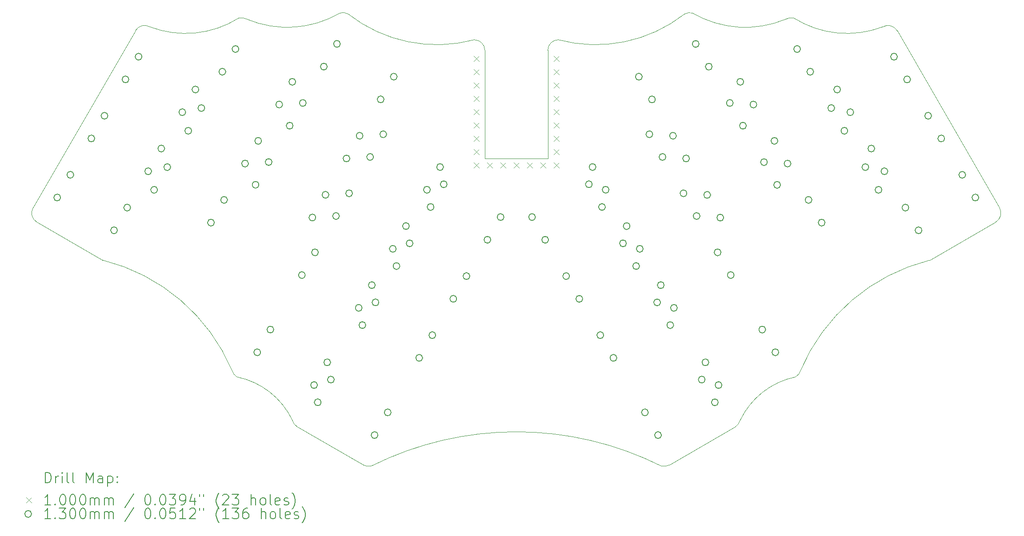
<source format=gbr>
%TF.GenerationSoftware,KiCad,Pcbnew,8.0.7-8.0.7-0~ubuntu22.04.1*%
%TF.CreationDate,2025-01-04T18:43:20+00:00*%
%TF.ProjectId,minikeeb,6d696e69-6b65-4656-922e-6b696361645f,rev?*%
%TF.SameCoordinates,Original*%
%TF.FileFunction,Drillmap*%
%TF.FilePolarity,Positive*%
%FSLAX45Y45*%
G04 Gerber Fmt 4.5, Leading zero omitted, Abs format (unit mm)*
G04 Created by KiCad (PCBNEW 8.0.7-8.0.7-0~ubuntu22.04.1) date 2025-01-04 18:43:20*
%MOMM*%
%LPD*%
G01*
G04 APERTURE LIST*
%ADD10C,0.050000*%
%ADD11C,0.120000*%
%ADD12C,0.200000*%
%ADD13C,0.100000*%
%ADD14C,0.130000*%
G04 APERTURE END LIST*
D10*
X18548813Y-3675552D02*
G75*
G02*
X16144997Y-4166009I-1692366J2158587D01*
G01*
X12583366Y-12292517D02*
G75*
G02*
X18106682Y-12292498I2761677J-5523329D01*
G01*
X14545004Y-4166013D02*
G75*
G02*
X12141600Y-3674636I-710324J2649092D01*
G01*
X12431603Y-12272537D02*
X11175866Y-11547537D01*
X10057045Y-3752348D02*
G75*
G02*
X10208809Y-3772328I51765J-193182D01*
G01*
X18258311Y-12272587D02*
X19514048Y-11547587D01*
X6213034Y-7643014D02*
X7468771Y-8368014D01*
X23220970Y-8368164D02*
X24476793Y-7643114D01*
X8089829Y-3992310D02*
G75*
G02*
X8363031Y-3919109I173201J-100000D01*
G01*
X11175866Y-11547537D02*
G75*
G02*
X11082681Y-11426096I100004J173207D01*
G01*
X18258311Y-12272587D02*
G75*
G02*
X18106720Y-12292470I-99831J173307D01*
G01*
X10024174Y-10593948D02*
G75*
G02*
X9930194Y-10472045I99216J173668D01*
G01*
X19607233Y-11426146D02*
G75*
G02*
X19514047Y-11547585I-193183J51766D01*
G01*
X22326793Y-3919205D02*
G75*
G02*
X22599994Y-3992412I99997J-173205D01*
G01*
X18548813Y-3675552D02*
G75*
G02*
X18700576Y-3655574I99997J-173208D01*
G01*
X20481191Y-3772328D02*
G75*
G02*
X20632955Y-3752349I99999J-173202D01*
G01*
X6213034Y-7643014D02*
G75*
G02*
X6139828Y-7369809I99996J173204D01*
G01*
X10057045Y-3752348D02*
G75*
G02*
X8363034Y-3919104I-1013761J1610633D01*
G01*
X11989837Y-3654655D02*
G75*
G02*
X12141600Y-3674636I51763J-193185D01*
G01*
X7468770Y-8368014D02*
G75*
G02*
X9930191Y-10472046I-873321J-3513436D01*
G01*
X14545000Y-4166000D02*
G75*
G02*
X14745000Y-4366000I0J-200000D01*
G01*
X22326793Y-3919205D02*
G75*
G02*
X20632955Y-3752347I-680063J1777245D01*
G01*
X11989836Y-3654655D02*
G75*
G02*
X10208809Y-3772328I-1008186J1722195D01*
G01*
X24549911Y-7369959D02*
G75*
G02*
X24476793Y-7643114I-173202J-100001D01*
G01*
X15945000Y-4366000D02*
G75*
G02*
X16145000Y-4166000I200000J0D01*
G01*
X19607233Y-11426146D02*
G75*
G02*
X20666437Y-10593590I1362157J-642924D01*
G01*
X20759620Y-10472140D02*
G75*
G02*
X23220970Y-8368164I3334655J-1409367D01*
G01*
X20481191Y-3772328D02*
G75*
G02*
X18700581Y-3655564I-773541J1838978D01*
G01*
X20759620Y-10472140D02*
G75*
G02*
X20666435Y-10593581I-193180J51760D01*
G01*
X10024180Y-10593936D02*
G75*
G02*
X11082688Y-11426092I-302900J-1474584D01*
G01*
X12583366Y-12292517D02*
G75*
G02*
X12431601Y-12272539I-51766J193187D01*
G01*
X6139829Y-7369809D02*
X8089829Y-3992310D01*
X22599998Y-3992410D02*
X24549911Y-7369959D01*
D11*
X14745000Y-4366000D02*
X14745000Y-6430000D01*
X14745000Y-6430000D02*
X15945000Y-6430000D01*
X15945000Y-6430000D02*
X15945000Y-4366000D01*
D12*
D13*
X14533000Y-4475000D02*
X14633000Y-4575000D01*
X14633000Y-4475000D02*
X14533000Y-4575000D01*
X14533000Y-4729000D02*
X14633000Y-4829000D01*
X14633000Y-4729000D02*
X14533000Y-4829000D01*
X14533000Y-4983000D02*
X14633000Y-5083000D01*
X14633000Y-4983000D02*
X14533000Y-5083000D01*
X14533000Y-5237000D02*
X14633000Y-5337000D01*
X14633000Y-5237000D02*
X14533000Y-5337000D01*
X14533000Y-5491000D02*
X14633000Y-5591000D01*
X14633000Y-5491000D02*
X14533000Y-5591000D01*
X14533000Y-5745000D02*
X14633000Y-5845000D01*
X14633000Y-5745000D02*
X14533000Y-5845000D01*
X14533000Y-5999000D02*
X14633000Y-6099000D01*
X14633000Y-5999000D02*
X14533000Y-6099000D01*
X14533000Y-6253000D02*
X14633000Y-6353000D01*
X14633000Y-6253000D02*
X14533000Y-6353000D01*
X14533000Y-6507000D02*
X14633000Y-6607000D01*
X14633000Y-6507000D02*
X14533000Y-6607000D01*
X14787000Y-6507000D02*
X14887000Y-6607000D01*
X14887000Y-6507000D02*
X14787000Y-6607000D01*
X15041000Y-6507000D02*
X15141000Y-6607000D01*
X15141000Y-6507000D02*
X15041000Y-6607000D01*
X15295000Y-6507000D02*
X15395000Y-6607000D01*
X15395000Y-6507000D02*
X15295000Y-6607000D01*
X15549000Y-6507000D02*
X15649000Y-6607000D01*
X15649000Y-6507000D02*
X15549000Y-6607000D01*
X15803000Y-6507000D02*
X15903000Y-6607000D01*
X15903000Y-6507000D02*
X15803000Y-6607000D01*
X16057000Y-4475000D02*
X16157000Y-4575000D01*
X16157000Y-4475000D02*
X16057000Y-4575000D01*
X16057000Y-4729000D02*
X16157000Y-4829000D01*
X16157000Y-4729000D02*
X16057000Y-4829000D01*
X16057000Y-4983000D02*
X16157000Y-5083000D01*
X16157000Y-4983000D02*
X16057000Y-5083000D01*
X16057000Y-5237000D02*
X16157000Y-5337000D01*
X16157000Y-5237000D02*
X16057000Y-5337000D01*
X16057000Y-5491000D02*
X16157000Y-5591000D01*
X16157000Y-5491000D02*
X16057000Y-5591000D01*
X16057000Y-5745000D02*
X16157000Y-5845000D01*
X16157000Y-5745000D02*
X16057000Y-5845000D01*
X16057000Y-5999000D02*
X16157000Y-6099000D01*
X16157000Y-5999000D02*
X16057000Y-6099000D01*
X16057000Y-6253000D02*
X16157000Y-6353000D01*
X16157000Y-6253000D02*
X16057000Y-6353000D01*
X16057000Y-6507000D02*
X16157000Y-6607000D01*
X16157000Y-6507000D02*
X16057000Y-6607000D01*
D14*
X6664550Y-7173349D02*
G75*
G02*
X6534550Y-7173349I-65000J0D01*
G01*
X6534550Y-7173349D02*
G75*
G02*
X6664550Y-7173349I65000J0D01*
G01*
X6914550Y-6740336D02*
G75*
G02*
X6784550Y-6740336I-65000J0D01*
G01*
X6784550Y-6740336D02*
G75*
G02*
X6914550Y-6740336I65000J0D01*
G01*
X7314550Y-6047516D02*
G75*
G02*
X7184550Y-6047516I-65000J0D01*
G01*
X7184550Y-6047516D02*
G75*
G02*
X7314550Y-6047516I65000J0D01*
G01*
X7564550Y-5614503D02*
G75*
G02*
X7434550Y-5614503I-65000J0D01*
G01*
X7434550Y-5614503D02*
G75*
G02*
X7564550Y-5614503I65000J0D01*
G01*
X7747168Y-7798399D02*
G75*
G02*
X7617168Y-7798399I-65000J0D01*
G01*
X7617168Y-7798399D02*
G75*
G02*
X7747168Y-7798399I65000J0D01*
G01*
X7964550Y-4921683D02*
G75*
G02*
X7834550Y-4921683I-65000J0D01*
G01*
X7834550Y-4921683D02*
G75*
G02*
X7964550Y-4921683I65000J0D01*
G01*
X7997168Y-7365386D02*
G75*
G02*
X7867168Y-7365386I-65000J0D01*
G01*
X7867168Y-7365386D02*
G75*
G02*
X7997168Y-7365386I65000J0D01*
G01*
X8214550Y-4488670D02*
G75*
G02*
X8084550Y-4488670I-65000J0D01*
G01*
X8084550Y-4488670D02*
G75*
G02*
X8214550Y-4488670I65000J0D01*
G01*
X8397168Y-6672566D02*
G75*
G02*
X8267168Y-6672566I-65000J0D01*
G01*
X8267168Y-6672566D02*
G75*
G02*
X8397168Y-6672566I65000J0D01*
G01*
X8510412Y-7026622D02*
G75*
G02*
X8380412Y-7026622I-65000J0D01*
G01*
X8380412Y-7026622D02*
G75*
G02*
X8510412Y-7026622I65000J0D01*
G01*
X8647168Y-6239553D02*
G75*
G02*
X8517168Y-6239553I-65000J0D01*
G01*
X8517168Y-6239553D02*
G75*
G02*
X8647168Y-6239553I65000J0D01*
G01*
X8760412Y-6593610D02*
G75*
G02*
X8630412Y-6593610I-65000J0D01*
G01*
X8630412Y-6593610D02*
G75*
G02*
X8760412Y-6593610I65000J0D01*
G01*
X9047168Y-5546733D02*
G75*
G02*
X8917168Y-5546733I-65000J0D01*
G01*
X8917168Y-5546733D02*
G75*
G02*
X9047168Y-5546733I65000J0D01*
G01*
X9160325Y-5900739D02*
G75*
G02*
X9030325Y-5900739I-65000J0D01*
G01*
X9030325Y-5900739D02*
G75*
G02*
X9160325Y-5900739I65000J0D01*
G01*
X9297168Y-5113720D02*
G75*
G02*
X9167168Y-5113720I-65000J0D01*
G01*
X9167168Y-5113720D02*
G75*
G02*
X9297168Y-5113720I65000J0D01*
G01*
X9410325Y-5467727D02*
G75*
G02*
X9280325Y-5467727I-65000J0D01*
G01*
X9280325Y-5467727D02*
G75*
G02*
X9410325Y-5467727I65000J0D01*
G01*
X9593030Y-7651672D02*
G75*
G02*
X9463030Y-7651672I-65000J0D01*
G01*
X9463030Y-7651672D02*
G75*
G02*
X9593030Y-7651672I65000J0D01*
G01*
X9810325Y-4774906D02*
G75*
G02*
X9680325Y-4774906I-65000J0D01*
G01*
X9680325Y-4774906D02*
G75*
G02*
X9810325Y-4774906I65000J0D01*
G01*
X9843030Y-7218660D02*
G75*
G02*
X9713030Y-7218660I-65000J0D01*
G01*
X9713030Y-7218660D02*
G75*
G02*
X9843030Y-7218660I65000J0D01*
G01*
X10060325Y-4341894D02*
G75*
G02*
X9930325Y-4341894I-65000J0D01*
G01*
X9930325Y-4341894D02*
G75*
G02*
X10060325Y-4341894I65000J0D01*
G01*
X10242943Y-6525789D02*
G75*
G02*
X10112943Y-6525789I-65000J0D01*
G01*
X10112943Y-6525789D02*
G75*
G02*
X10242943Y-6525789I65000J0D01*
G01*
X10442616Y-6929746D02*
G75*
G02*
X10312616Y-6929746I-65000J0D01*
G01*
X10312616Y-6929746D02*
G75*
G02*
X10442616Y-6929746I65000J0D01*
G01*
X10474908Y-10123816D02*
G75*
G02*
X10344908Y-10123816I-65000J0D01*
G01*
X10344908Y-10123816D02*
G75*
G02*
X10474908Y-10123816I65000J0D01*
G01*
X10492943Y-6092777D02*
G75*
G02*
X10362943Y-6092777I-65000J0D01*
G01*
X10362943Y-6092777D02*
G75*
G02*
X10492943Y-6092777I65000J0D01*
G01*
X10692616Y-6496733D02*
G75*
G02*
X10562616Y-6496733I-65000J0D01*
G01*
X10562616Y-6496733D02*
G75*
G02*
X10692616Y-6496733I65000J0D01*
G01*
X10724908Y-9690803D02*
G75*
G02*
X10594908Y-9690803I-65000J0D01*
G01*
X10594908Y-9690803D02*
G75*
G02*
X10724908Y-9690803I65000J0D01*
G01*
X10892943Y-5399956D02*
G75*
G02*
X10762943Y-5399956I-65000J0D01*
G01*
X10762943Y-5399956D02*
G75*
G02*
X10892943Y-5399956I65000J0D01*
G01*
X11092616Y-5803913D02*
G75*
G02*
X10962616Y-5803913I-65000J0D01*
G01*
X10962616Y-5803913D02*
G75*
G02*
X11092616Y-5803913I65000J0D01*
G01*
X11142943Y-4966944D02*
G75*
G02*
X11012943Y-4966944I-65000J0D01*
G01*
X11012943Y-4966944D02*
G75*
G02*
X11142943Y-4966944I65000J0D01*
G01*
X11325081Y-8651672D02*
G75*
G02*
X11195081Y-8651672I-65000J0D01*
G01*
X11195081Y-8651672D02*
G75*
G02*
X11325081Y-8651672I65000J0D01*
G01*
X11342616Y-5370900D02*
G75*
G02*
X11212616Y-5370900I-65000J0D01*
G01*
X11212616Y-5370900D02*
G75*
G02*
X11342616Y-5370900I65000J0D01*
G01*
X11525235Y-7554796D02*
G75*
G02*
X11395235Y-7554796I-65000J0D01*
G01*
X11395235Y-7554796D02*
G75*
G02*
X11525235Y-7554796I65000J0D01*
G01*
X11557526Y-10748866D02*
G75*
G02*
X11427526Y-10748866I-65000J0D01*
G01*
X11427526Y-10748866D02*
G75*
G02*
X11557526Y-10748866I65000J0D01*
G01*
X11575081Y-8218660D02*
G75*
G02*
X11445081Y-8218660I-65000J0D01*
G01*
X11445081Y-8218660D02*
G75*
G02*
X11575081Y-8218660I65000J0D01*
G01*
X11627382Y-11077872D02*
G75*
G02*
X11497382Y-11077872I-65000J0D01*
G01*
X11497382Y-11077872D02*
G75*
G02*
X11627382Y-11077872I65000J0D01*
G01*
X11743116Y-4677214D02*
G75*
G02*
X11613116Y-4677214I-65000J0D01*
G01*
X11613116Y-4677214D02*
G75*
G02*
X11743116Y-4677214I65000J0D01*
G01*
X11775235Y-7121783D02*
G75*
G02*
X11645235Y-7121783I-65000J0D01*
G01*
X11645235Y-7121783D02*
G75*
G02*
X11775235Y-7121783I65000J0D01*
G01*
X11807526Y-10315853D02*
G75*
G02*
X11677526Y-10315853I-65000J0D01*
G01*
X11677526Y-10315853D02*
G75*
G02*
X11807526Y-10315853I65000J0D01*
G01*
X11877382Y-10644859D02*
G75*
G02*
X11747382Y-10644859I-65000J0D01*
G01*
X11747382Y-10644859D02*
G75*
G02*
X11877382Y-10644859I65000J0D01*
G01*
X11975081Y-7525839D02*
G75*
G02*
X11845081Y-7525839I-65000J0D01*
G01*
X11845081Y-7525839D02*
G75*
G02*
X11975081Y-7525839I65000J0D01*
G01*
X11993116Y-4244201D02*
G75*
G02*
X11863116Y-4244201I-65000J0D01*
G01*
X11863116Y-4244201D02*
G75*
G02*
X11993116Y-4244201I65000J0D01*
G01*
X12175235Y-6428963D02*
G75*
G02*
X12045235Y-6428963I-65000J0D01*
G01*
X12045235Y-6428963D02*
G75*
G02*
X12175235Y-6428963I65000J0D01*
G01*
X12225081Y-7092827D02*
G75*
G02*
X12095081Y-7092827I-65000J0D01*
G01*
X12095081Y-7092827D02*
G75*
G02*
X12225081Y-7092827I65000J0D01*
G01*
X12407699Y-9276722D02*
G75*
G02*
X12277699Y-9276722I-65000J0D01*
G01*
X12277699Y-9276722D02*
G75*
G02*
X12407699Y-9276722I65000J0D01*
G01*
X12425235Y-5995950D02*
G75*
G02*
X12295235Y-5995950I-65000J0D01*
G01*
X12295235Y-5995950D02*
G75*
G02*
X12425235Y-5995950I65000J0D01*
G01*
X12477382Y-9605629D02*
G75*
G02*
X12347382Y-9605629I-65000J0D01*
G01*
X12347382Y-9605629D02*
G75*
G02*
X12477382Y-9605629I65000J0D01*
G01*
X12624994Y-6399956D02*
G75*
G02*
X12494994Y-6399956I-65000J0D01*
G01*
X12494994Y-6399956D02*
G75*
G02*
X12624994Y-6399956I65000J0D01*
G01*
X12657699Y-8843710D02*
G75*
G02*
X12527699Y-8843710I-65000J0D01*
G01*
X12527699Y-8843710D02*
G75*
G02*
X12657699Y-8843710I65000J0D01*
G01*
X12710000Y-11702922D02*
G75*
G02*
X12580000Y-11702922I-65000J0D01*
G01*
X12580000Y-11702922D02*
G75*
G02*
X12710000Y-11702922I65000J0D01*
G01*
X12727382Y-9172616D02*
G75*
G02*
X12597382Y-9172616I-65000J0D01*
G01*
X12597382Y-9172616D02*
G75*
G02*
X12727382Y-9172616I65000J0D01*
G01*
X12825735Y-5302264D02*
G75*
G02*
X12695735Y-5302264I-65000J0D01*
G01*
X12695735Y-5302264D02*
G75*
G02*
X12825735Y-5302264I65000J0D01*
G01*
X12874994Y-5966944D02*
G75*
G02*
X12744994Y-5966944I-65000J0D01*
G01*
X12744994Y-5966944D02*
G75*
G02*
X12874994Y-5966944I65000J0D01*
G01*
X12960000Y-11269909D02*
G75*
G02*
X12830000Y-11269909I-65000J0D01*
G01*
X12830000Y-11269909D02*
G75*
G02*
X12960000Y-11269909I65000J0D01*
G01*
X13057699Y-8150889D02*
G75*
G02*
X12927699Y-8150889I-65000J0D01*
G01*
X12927699Y-8150889D02*
G75*
G02*
X13057699Y-8150889I65000J0D01*
G01*
X13075735Y-4869251D02*
G75*
G02*
X12945735Y-4869251I-65000J0D01*
G01*
X12945735Y-4869251D02*
G75*
G02*
X13075735Y-4869251I65000J0D01*
G01*
X13127382Y-8479796D02*
G75*
G02*
X12997382Y-8479796I-65000J0D01*
G01*
X12997382Y-8479796D02*
G75*
G02*
X13127382Y-8479796I65000J0D01*
G01*
X13307699Y-7717877D02*
G75*
G02*
X13177699Y-7717877I-65000J0D01*
G01*
X13177699Y-7717877D02*
G75*
G02*
X13307699Y-7717877I65000J0D01*
G01*
X13377382Y-8046783D02*
G75*
G02*
X13247382Y-8046783I-65000J0D01*
G01*
X13247382Y-8046783D02*
G75*
G02*
X13377382Y-8046783I65000J0D01*
G01*
X13560000Y-10230679D02*
G75*
G02*
X13430000Y-10230679I-65000J0D01*
G01*
X13430000Y-10230679D02*
G75*
G02*
X13560000Y-10230679I65000J0D01*
G01*
X13707613Y-7025006D02*
G75*
G02*
X13577613Y-7025006I-65000J0D01*
G01*
X13577613Y-7025006D02*
G75*
G02*
X13707613Y-7025006I65000J0D01*
G01*
X13777382Y-7353963D02*
G75*
G02*
X13647382Y-7353963I-65000J0D01*
G01*
X13647382Y-7353963D02*
G75*
G02*
X13777382Y-7353963I65000J0D01*
G01*
X13810000Y-9797666D02*
G75*
G02*
X13680000Y-9797666I-65000J0D01*
G01*
X13680000Y-9797666D02*
G75*
G02*
X13810000Y-9797666I65000J0D01*
G01*
X13957613Y-6591994D02*
G75*
G02*
X13827613Y-6591994I-65000J0D01*
G01*
X13827613Y-6591994D02*
G75*
G02*
X13957613Y-6591994I65000J0D01*
G01*
X14027382Y-6920950D02*
G75*
G02*
X13897382Y-6920950I-65000J0D01*
G01*
X13897382Y-6920950D02*
G75*
G02*
X14027382Y-6920950I65000J0D01*
G01*
X14210000Y-9104846D02*
G75*
G02*
X14080000Y-9104846I-65000J0D01*
G01*
X14080000Y-9104846D02*
G75*
G02*
X14210000Y-9104846I65000J0D01*
G01*
X14460000Y-8671833D02*
G75*
G02*
X14330000Y-8671833I-65000J0D01*
G01*
X14330000Y-8671833D02*
G75*
G02*
X14460000Y-8671833I65000J0D01*
G01*
X14860000Y-7979013D02*
G75*
G02*
X14730000Y-7979013I-65000J0D01*
G01*
X14730000Y-7979013D02*
G75*
G02*
X14860000Y-7979013I65000J0D01*
G01*
X15110000Y-7546000D02*
G75*
G02*
X14980000Y-7546000I-65000J0D01*
G01*
X14980000Y-7546000D02*
G75*
G02*
X15110000Y-7546000I65000J0D01*
G01*
X15710000Y-7546000D02*
G75*
G02*
X15580000Y-7546000I-65000J0D01*
G01*
X15580000Y-7546000D02*
G75*
G02*
X15710000Y-7546000I65000J0D01*
G01*
X15960000Y-7979013D02*
G75*
G02*
X15830000Y-7979013I-65000J0D01*
G01*
X15830000Y-7979013D02*
G75*
G02*
X15960000Y-7979013I65000J0D01*
G01*
X16360000Y-8671833D02*
G75*
G02*
X16230000Y-8671833I-65000J0D01*
G01*
X16230000Y-8671833D02*
G75*
G02*
X16360000Y-8671833I65000J0D01*
G01*
X16610000Y-9104846D02*
G75*
G02*
X16480000Y-9104846I-65000J0D01*
G01*
X16480000Y-9104846D02*
G75*
G02*
X16610000Y-9104846I65000J0D01*
G01*
X16792618Y-6920950D02*
G75*
G02*
X16662618Y-6920950I-65000J0D01*
G01*
X16662618Y-6920950D02*
G75*
G02*
X16792618Y-6920950I65000J0D01*
G01*
X16862301Y-6592044D02*
G75*
G02*
X16732301Y-6592044I-65000J0D01*
G01*
X16732301Y-6592044D02*
G75*
G02*
X16862301Y-6592044I65000J0D01*
G01*
X17010000Y-9797666D02*
G75*
G02*
X16880000Y-9797666I-65000J0D01*
G01*
X16880000Y-9797666D02*
G75*
G02*
X17010000Y-9797666I65000J0D01*
G01*
X17042618Y-7353963D02*
G75*
G02*
X16912618Y-7353963I-65000J0D01*
G01*
X16912618Y-7353963D02*
G75*
G02*
X17042618Y-7353963I65000J0D01*
G01*
X17112301Y-7025056D02*
G75*
G02*
X16982301Y-7025056I-65000J0D01*
G01*
X16982301Y-7025056D02*
G75*
G02*
X17112301Y-7025056I65000J0D01*
G01*
X17260000Y-10230679D02*
G75*
G02*
X17130000Y-10230679I-65000J0D01*
G01*
X17130000Y-10230679D02*
G75*
G02*
X17260000Y-10230679I65000J0D01*
G01*
X17442618Y-8046783D02*
G75*
G02*
X17312618Y-8046783I-65000J0D01*
G01*
X17312618Y-8046783D02*
G75*
G02*
X17442618Y-8046783I65000J0D01*
G01*
X17512301Y-7717877D02*
G75*
G02*
X17382301Y-7717877I-65000J0D01*
G01*
X17382301Y-7717877D02*
G75*
G02*
X17512301Y-7717877I65000J0D01*
G01*
X17692618Y-8479796D02*
G75*
G02*
X17562618Y-8479796I-65000J0D01*
G01*
X17562618Y-8479796D02*
G75*
G02*
X17692618Y-8479796I65000J0D01*
G01*
X17744592Y-4870217D02*
G75*
G02*
X17614592Y-4870217I-65000J0D01*
G01*
X17614592Y-4870217D02*
G75*
G02*
X17744592Y-4870217I65000J0D01*
G01*
X17762301Y-8150889D02*
G75*
G02*
X17632301Y-8150889I-65000J0D01*
G01*
X17632301Y-8150889D02*
G75*
G02*
X17762301Y-8150889I65000J0D01*
G01*
X17860000Y-11269909D02*
G75*
G02*
X17730000Y-11269909I-65000J0D01*
G01*
X17730000Y-11269909D02*
G75*
G02*
X17860000Y-11269909I65000J0D01*
G01*
X17944919Y-5966994D02*
G75*
G02*
X17814919Y-5966994I-65000J0D01*
G01*
X17814919Y-5966994D02*
G75*
G02*
X17944919Y-5966994I65000J0D01*
G01*
X17994592Y-5303230D02*
G75*
G02*
X17864592Y-5303230I-65000J0D01*
G01*
X17864592Y-5303230D02*
G75*
G02*
X17994592Y-5303230I65000J0D01*
G01*
X18092618Y-9172616D02*
G75*
G02*
X17962618Y-9172616I-65000J0D01*
G01*
X17962618Y-9172616D02*
G75*
G02*
X18092618Y-9172616I65000J0D01*
G01*
X18110000Y-11702922D02*
G75*
G02*
X17980000Y-11702922I-65000J0D01*
G01*
X17980000Y-11702922D02*
G75*
G02*
X18110000Y-11702922I65000J0D01*
G01*
X18162387Y-8843660D02*
G75*
G02*
X18032387Y-8843660I-65000J0D01*
G01*
X18032387Y-8843660D02*
G75*
G02*
X18162387Y-8843660I65000J0D01*
G01*
X18194919Y-6400006D02*
G75*
G02*
X18064919Y-6400006I-65000J0D01*
G01*
X18064919Y-6400006D02*
G75*
G02*
X18194919Y-6400006I65000J0D01*
G01*
X18342618Y-9605629D02*
G75*
G02*
X18212618Y-9605629I-65000J0D01*
G01*
X18212618Y-9605629D02*
G75*
G02*
X18342618Y-9605629I65000J0D01*
G01*
X18394679Y-5996000D02*
G75*
G02*
X18264679Y-5996000I-65000J0D01*
G01*
X18264679Y-5996000D02*
G75*
G02*
X18394679Y-5996000I65000J0D01*
G01*
X18412387Y-9276672D02*
G75*
G02*
X18282387Y-9276672I-65000J0D01*
G01*
X18282387Y-9276672D02*
G75*
G02*
X18412387Y-9276672I65000J0D01*
G01*
X18594919Y-7092827D02*
G75*
G02*
X18464919Y-7092827I-65000J0D01*
G01*
X18464919Y-7092827D02*
G75*
G02*
X18594919Y-7092827I65000J0D01*
G01*
X18644679Y-6429013D02*
G75*
G02*
X18514679Y-6429013I-65000J0D01*
G01*
X18514679Y-6429013D02*
G75*
G02*
X18644679Y-6429013I65000J0D01*
G01*
X18827211Y-4245167D02*
G75*
G02*
X18697211Y-4245167I-65000J0D01*
G01*
X18697211Y-4245167D02*
G75*
G02*
X18827211Y-4245167I65000J0D01*
G01*
X18844919Y-7525839D02*
G75*
G02*
X18714919Y-7525839I-65000J0D01*
G01*
X18714919Y-7525839D02*
G75*
G02*
X18844919Y-7525839I65000J0D01*
G01*
X18942618Y-10644859D02*
G75*
G02*
X18812618Y-10644859I-65000J0D01*
G01*
X18812618Y-10644859D02*
G75*
G02*
X18942618Y-10644859I65000J0D01*
G01*
X19012387Y-10315903D02*
G75*
G02*
X18882387Y-10315903I-65000J0D01*
G01*
X18882387Y-10315903D02*
G75*
G02*
X19012387Y-10315903I65000J0D01*
G01*
X19045679Y-7123565D02*
G75*
G02*
X18915679Y-7123565I-65000J0D01*
G01*
X18915679Y-7123565D02*
G75*
G02*
X19045679Y-7123565I65000J0D01*
G01*
X19077211Y-4678180D02*
G75*
G02*
X18947211Y-4678180I-65000J0D01*
G01*
X18947211Y-4678180D02*
G75*
G02*
X19077211Y-4678180I65000J0D01*
G01*
X19192618Y-11077872D02*
G75*
G02*
X19062618Y-11077872I-65000J0D01*
G01*
X19062618Y-11077872D02*
G75*
G02*
X19192618Y-11077872I65000J0D01*
G01*
X19245006Y-8218610D02*
G75*
G02*
X19115006Y-8218610I-65000J0D01*
G01*
X19115006Y-8218610D02*
G75*
G02*
X19245006Y-8218610I65000J0D01*
G01*
X19262387Y-10748916D02*
G75*
G02*
X19132387Y-10748916I-65000J0D01*
G01*
X19132387Y-10748916D02*
G75*
G02*
X19262387Y-10748916I65000J0D01*
G01*
X19295679Y-7556578D02*
G75*
G02*
X19165679Y-7556578I-65000J0D01*
G01*
X19165679Y-7556578D02*
G75*
G02*
X19295679Y-7556578I65000J0D01*
G01*
X19477297Y-5370950D02*
G75*
G02*
X19347297Y-5370950I-65000J0D01*
G01*
X19347297Y-5370950D02*
G75*
G02*
X19477297Y-5370950I65000J0D01*
G01*
X19495006Y-8651622D02*
G75*
G02*
X19365006Y-8651622I-65000J0D01*
G01*
X19365006Y-8651622D02*
G75*
G02*
X19495006Y-8651622I65000J0D01*
G01*
X19676883Y-4967044D02*
G75*
G02*
X19546883Y-4967044I-65000J0D01*
G01*
X19546883Y-4967044D02*
G75*
G02*
X19676883Y-4967044I65000J0D01*
G01*
X19727297Y-5803963D02*
G75*
G02*
X19597297Y-5803963I-65000J0D01*
G01*
X19597297Y-5803963D02*
G75*
G02*
X19727297Y-5803963I65000J0D01*
G01*
X19926883Y-5400056D02*
G75*
G02*
X19796883Y-5400056I-65000J0D01*
G01*
X19796883Y-5400056D02*
G75*
G02*
X19926883Y-5400056I65000J0D01*
G01*
X20095006Y-9690853D02*
G75*
G02*
X19965006Y-9690853I-65000J0D01*
G01*
X19965006Y-9690853D02*
G75*
G02*
X20095006Y-9690853I65000J0D01*
G01*
X20128297Y-6498515D02*
G75*
G02*
X19998297Y-6498515I-65000J0D01*
G01*
X19998297Y-6498515D02*
G75*
G02*
X20128297Y-6498515I65000J0D01*
G01*
X20326970Y-6092827D02*
G75*
G02*
X20196970Y-6092827I-65000J0D01*
G01*
X20196970Y-6092827D02*
G75*
G02*
X20326970Y-6092827I65000J0D01*
G01*
X20345006Y-10123866D02*
G75*
G02*
X20215006Y-10123866I-65000J0D01*
G01*
X20215006Y-10123866D02*
G75*
G02*
X20345006Y-10123866I65000J0D01*
G01*
X20378297Y-6931528D02*
G75*
G02*
X20248297Y-6931528I-65000J0D01*
G01*
X20248297Y-6931528D02*
G75*
G02*
X20378297Y-6931528I65000J0D01*
G01*
X20576970Y-6525839D02*
G75*
G02*
X20446970Y-6525839I-65000J0D01*
G01*
X20446970Y-6525839D02*
G75*
G02*
X20576970Y-6525839I65000J0D01*
G01*
X20759502Y-4341994D02*
G75*
G02*
X20629502Y-4341994I-65000J0D01*
G01*
X20629502Y-4341994D02*
G75*
G02*
X20759502Y-4341994I65000J0D01*
G01*
X20976970Y-7218660D02*
G75*
G02*
X20846970Y-7218660I-65000J0D01*
G01*
X20846970Y-7218660D02*
G75*
G02*
X20976970Y-7218660I65000J0D01*
G01*
X21009502Y-4775006D02*
G75*
G02*
X20879502Y-4775006I-65000J0D01*
G01*
X20879502Y-4775006D02*
G75*
G02*
X21009502Y-4775006I65000J0D01*
G01*
X21226970Y-7651672D02*
G75*
G02*
X21096970Y-7651672I-65000J0D01*
G01*
X21096970Y-7651672D02*
G75*
G02*
X21226970Y-7651672I65000J0D01*
G01*
X21409588Y-5467777D02*
G75*
G02*
X21279588Y-5467777I-65000J0D01*
G01*
X21279588Y-5467777D02*
G75*
G02*
X21409588Y-5467777I65000J0D01*
G01*
X21522572Y-5113870D02*
G75*
G02*
X21392572Y-5113870I-65000J0D01*
G01*
X21392572Y-5113870D02*
G75*
G02*
X21522572Y-5113870I65000J0D01*
G01*
X21659588Y-5900789D02*
G75*
G02*
X21529588Y-5900789I-65000J0D01*
G01*
X21529588Y-5900789D02*
G75*
G02*
X21659588Y-5900789I65000J0D01*
G01*
X21772572Y-5546883D02*
G75*
G02*
X21642572Y-5546883I-65000J0D01*
G01*
X21642572Y-5546883D02*
G75*
G02*
X21772572Y-5546883I65000J0D01*
G01*
X22059588Y-6593610D02*
G75*
G02*
X21929588Y-6593610I-65000J0D01*
G01*
X21929588Y-6593610D02*
G75*
G02*
X22059588Y-6593610I65000J0D01*
G01*
X22172659Y-6239653D02*
G75*
G02*
X22042659Y-6239653I-65000J0D01*
G01*
X22042659Y-6239653D02*
G75*
G02*
X22172659Y-6239653I65000J0D01*
G01*
X22309588Y-7026622D02*
G75*
G02*
X22179588Y-7026622I-65000J0D01*
G01*
X22179588Y-7026622D02*
G75*
G02*
X22309588Y-7026622I65000J0D01*
G01*
X22422659Y-6672666D02*
G75*
G02*
X22292659Y-6672666I-65000J0D01*
G01*
X22292659Y-6672666D02*
G75*
G02*
X22422659Y-6672666I65000J0D01*
G01*
X22605190Y-4488820D02*
G75*
G02*
X22475190Y-4488820I-65000J0D01*
G01*
X22475190Y-4488820D02*
G75*
G02*
X22605190Y-4488820I65000J0D01*
G01*
X22822572Y-7365536D02*
G75*
G02*
X22692572Y-7365536I-65000J0D01*
G01*
X22692572Y-7365536D02*
G75*
G02*
X22822572Y-7365536I65000J0D01*
G01*
X22855190Y-4921833D02*
G75*
G02*
X22725190Y-4921833I-65000J0D01*
G01*
X22725190Y-4921833D02*
G75*
G02*
X22855190Y-4921833I65000J0D01*
G01*
X23072572Y-7798549D02*
G75*
G02*
X22942572Y-7798549I-65000J0D01*
G01*
X22942572Y-7798549D02*
G75*
G02*
X23072572Y-7798549I65000J0D01*
G01*
X23255277Y-5614603D02*
G75*
G02*
X23125277Y-5614603I-65000J0D01*
G01*
X23125277Y-5614603D02*
G75*
G02*
X23255277Y-5614603I65000J0D01*
G01*
X23505277Y-6047616D02*
G75*
G02*
X23375277Y-6047616I-65000J0D01*
G01*
X23375277Y-6047616D02*
G75*
G02*
X23505277Y-6047616I65000J0D01*
G01*
X23905190Y-6740486D02*
G75*
G02*
X23775190Y-6740486I-65000J0D01*
G01*
X23775190Y-6740486D02*
G75*
G02*
X23905190Y-6740486I65000J0D01*
G01*
X24155190Y-7173499D02*
G75*
G02*
X24025190Y-7173499I-65000J0D01*
G01*
X24025190Y-7173499D02*
G75*
G02*
X24155190Y-7173499I65000J0D01*
G01*
D12*
X6371309Y-12613316D02*
X6371309Y-12413316D01*
X6371309Y-12413316D02*
X6418928Y-12413316D01*
X6418928Y-12413316D02*
X6447500Y-12422840D01*
X6447500Y-12422840D02*
X6466547Y-12441888D01*
X6466547Y-12441888D02*
X6476071Y-12460935D01*
X6476071Y-12460935D02*
X6485595Y-12499031D01*
X6485595Y-12499031D02*
X6485595Y-12527602D01*
X6485595Y-12527602D02*
X6476071Y-12565697D01*
X6476071Y-12565697D02*
X6466547Y-12584745D01*
X6466547Y-12584745D02*
X6447500Y-12603793D01*
X6447500Y-12603793D02*
X6418928Y-12613316D01*
X6418928Y-12613316D02*
X6371309Y-12613316D01*
X6571309Y-12613316D02*
X6571309Y-12479983D01*
X6571309Y-12518078D02*
X6580833Y-12499031D01*
X6580833Y-12499031D02*
X6590357Y-12489507D01*
X6590357Y-12489507D02*
X6609405Y-12479983D01*
X6609405Y-12479983D02*
X6628452Y-12479983D01*
X6695119Y-12613316D02*
X6695119Y-12479983D01*
X6695119Y-12413316D02*
X6685595Y-12422840D01*
X6685595Y-12422840D02*
X6695119Y-12432364D01*
X6695119Y-12432364D02*
X6704643Y-12422840D01*
X6704643Y-12422840D02*
X6695119Y-12413316D01*
X6695119Y-12413316D02*
X6695119Y-12432364D01*
X6818928Y-12613316D02*
X6799881Y-12603793D01*
X6799881Y-12603793D02*
X6790357Y-12584745D01*
X6790357Y-12584745D02*
X6790357Y-12413316D01*
X6923690Y-12613316D02*
X6904643Y-12603793D01*
X6904643Y-12603793D02*
X6895119Y-12584745D01*
X6895119Y-12584745D02*
X6895119Y-12413316D01*
X7152262Y-12613316D02*
X7152262Y-12413316D01*
X7152262Y-12413316D02*
X7218928Y-12556174D01*
X7218928Y-12556174D02*
X7285595Y-12413316D01*
X7285595Y-12413316D02*
X7285595Y-12613316D01*
X7466547Y-12613316D02*
X7466547Y-12508555D01*
X7466547Y-12508555D02*
X7457024Y-12489507D01*
X7457024Y-12489507D02*
X7437976Y-12479983D01*
X7437976Y-12479983D02*
X7399881Y-12479983D01*
X7399881Y-12479983D02*
X7380833Y-12489507D01*
X7466547Y-12603793D02*
X7447500Y-12613316D01*
X7447500Y-12613316D02*
X7399881Y-12613316D01*
X7399881Y-12613316D02*
X7380833Y-12603793D01*
X7380833Y-12603793D02*
X7371309Y-12584745D01*
X7371309Y-12584745D02*
X7371309Y-12565697D01*
X7371309Y-12565697D02*
X7380833Y-12546650D01*
X7380833Y-12546650D02*
X7399881Y-12537126D01*
X7399881Y-12537126D02*
X7447500Y-12537126D01*
X7447500Y-12537126D02*
X7466547Y-12527602D01*
X7561786Y-12479983D02*
X7561786Y-12679983D01*
X7561786Y-12489507D02*
X7580833Y-12479983D01*
X7580833Y-12479983D02*
X7618928Y-12479983D01*
X7618928Y-12479983D02*
X7637976Y-12489507D01*
X7637976Y-12489507D02*
X7647500Y-12499031D01*
X7647500Y-12499031D02*
X7657024Y-12518078D01*
X7657024Y-12518078D02*
X7657024Y-12575221D01*
X7657024Y-12575221D02*
X7647500Y-12594269D01*
X7647500Y-12594269D02*
X7637976Y-12603793D01*
X7637976Y-12603793D02*
X7618928Y-12613316D01*
X7618928Y-12613316D02*
X7580833Y-12613316D01*
X7580833Y-12613316D02*
X7561786Y-12603793D01*
X7742738Y-12594269D02*
X7752262Y-12603793D01*
X7752262Y-12603793D02*
X7742738Y-12613316D01*
X7742738Y-12613316D02*
X7733214Y-12603793D01*
X7733214Y-12603793D02*
X7742738Y-12594269D01*
X7742738Y-12594269D02*
X7742738Y-12613316D01*
X7742738Y-12489507D02*
X7752262Y-12499031D01*
X7752262Y-12499031D02*
X7742738Y-12508555D01*
X7742738Y-12508555D02*
X7733214Y-12499031D01*
X7733214Y-12499031D02*
X7742738Y-12489507D01*
X7742738Y-12489507D02*
X7742738Y-12508555D01*
D13*
X6010533Y-12891833D02*
X6110533Y-12991833D01*
X6110533Y-12891833D02*
X6010533Y-12991833D01*
D12*
X6476071Y-13033316D02*
X6361786Y-13033316D01*
X6418928Y-13033316D02*
X6418928Y-12833316D01*
X6418928Y-12833316D02*
X6399881Y-12861888D01*
X6399881Y-12861888D02*
X6380833Y-12880935D01*
X6380833Y-12880935D02*
X6361786Y-12890459D01*
X6561786Y-13014269D02*
X6571309Y-13023793D01*
X6571309Y-13023793D02*
X6561786Y-13033316D01*
X6561786Y-13033316D02*
X6552262Y-13023793D01*
X6552262Y-13023793D02*
X6561786Y-13014269D01*
X6561786Y-13014269D02*
X6561786Y-13033316D01*
X6695119Y-12833316D02*
X6714167Y-12833316D01*
X6714167Y-12833316D02*
X6733214Y-12842840D01*
X6733214Y-12842840D02*
X6742738Y-12852364D01*
X6742738Y-12852364D02*
X6752262Y-12871412D01*
X6752262Y-12871412D02*
X6761786Y-12909507D01*
X6761786Y-12909507D02*
X6761786Y-12957126D01*
X6761786Y-12957126D02*
X6752262Y-12995221D01*
X6752262Y-12995221D02*
X6742738Y-13014269D01*
X6742738Y-13014269D02*
X6733214Y-13023793D01*
X6733214Y-13023793D02*
X6714167Y-13033316D01*
X6714167Y-13033316D02*
X6695119Y-13033316D01*
X6695119Y-13033316D02*
X6676071Y-13023793D01*
X6676071Y-13023793D02*
X6666547Y-13014269D01*
X6666547Y-13014269D02*
X6657024Y-12995221D01*
X6657024Y-12995221D02*
X6647500Y-12957126D01*
X6647500Y-12957126D02*
X6647500Y-12909507D01*
X6647500Y-12909507D02*
X6657024Y-12871412D01*
X6657024Y-12871412D02*
X6666547Y-12852364D01*
X6666547Y-12852364D02*
X6676071Y-12842840D01*
X6676071Y-12842840D02*
X6695119Y-12833316D01*
X6885595Y-12833316D02*
X6904643Y-12833316D01*
X6904643Y-12833316D02*
X6923690Y-12842840D01*
X6923690Y-12842840D02*
X6933214Y-12852364D01*
X6933214Y-12852364D02*
X6942738Y-12871412D01*
X6942738Y-12871412D02*
X6952262Y-12909507D01*
X6952262Y-12909507D02*
X6952262Y-12957126D01*
X6952262Y-12957126D02*
X6942738Y-12995221D01*
X6942738Y-12995221D02*
X6933214Y-13014269D01*
X6933214Y-13014269D02*
X6923690Y-13023793D01*
X6923690Y-13023793D02*
X6904643Y-13033316D01*
X6904643Y-13033316D02*
X6885595Y-13033316D01*
X6885595Y-13033316D02*
X6866547Y-13023793D01*
X6866547Y-13023793D02*
X6857024Y-13014269D01*
X6857024Y-13014269D02*
X6847500Y-12995221D01*
X6847500Y-12995221D02*
X6837976Y-12957126D01*
X6837976Y-12957126D02*
X6837976Y-12909507D01*
X6837976Y-12909507D02*
X6847500Y-12871412D01*
X6847500Y-12871412D02*
X6857024Y-12852364D01*
X6857024Y-12852364D02*
X6866547Y-12842840D01*
X6866547Y-12842840D02*
X6885595Y-12833316D01*
X7076071Y-12833316D02*
X7095119Y-12833316D01*
X7095119Y-12833316D02*
X7114167Y-12842840D01*
X7114167Y-12842840D02*
X7123690Y-12852364D01*
X7123690Y-12852364D02*
X7133214Y-12871412D01*
X7133214Y-12871412D02*
X7142738Y-12909507D01*
X7142738Y-12909507D02*
X7142738Y-12957126D01*
X7142738Y-12957126D02*
X7133214Y-12995221D01*
X7133214Y-12995221D02*
X7123690Y-13014269D01*
X7123690Y-13014269D02*
X7114167Y-13023793D01*
X7114167Y-13023793D02*
X7095119Y-13033316D01*
X7095119Y-13033316D02*
X7076071Y-13033316D01*
X7076071Y-13033316D02*
X7057024Y-13023793D01*
X7057024Y-13023793D02*
X7047500Y-13014269D01*
X7047500Y-13014269D02*
X7037976Y-12995221D01*
X7037976Y-12995221D02*
X7028452Y-12957126D01*
X7028452Y-12957126D02*
X7028452Y-12909507D01*
X7028452Y-12909507D02*
X7037976Y-12871412D01*
X7037976Y-12871412D02*
X7047500Y-12852364D01*
X7047500Y-12852364D02*
X7057024Y-12842840D01*
X7057024Y-12842840D02*
X7076071Y-12833316D01*
X7228452Y-13033316D02*
X7228452Y-12899983D01*
X7228452Y-12919031D02*
X7237976Y-12909507D01*
X7237976Y-12909507D02*
X7257024Y-12899983D01*
X7257024Y-12899983D02*
X7285595Y-12899983D01*
X7285595Y-12899983D02*
X7304643Y-12909507D01*
X7304643Y-12909507D02*
X7314167Y-12928555D01*
X7314167Y-12928555D02*
X7314167Y-13033316D01*
X7314167Y-12928555D02*
X7323690Y-12909507D01*
X7323690Y-12909507D02*
X7342738Y-12899983D01*
X7342738Y-12899983D02*
X7371309Y-12899983D01*
X7371309Y-12899983D02*
X7390357Y-12909507D01*
X7390357Y-12909507D02*
X7399881Y-12928555D01*
X7399881Y-12928555D02*
X7399881Y-13033316D01*
X7495119Y-13033316D02*
X7495119Y-12899983D01*
X7495119Y-12919031D02*
X7504643Y-12909507D01*
X7504643Y-12909507D02*
X7523690Y-12899983D01*
X7523690Y-12899983D02*
X7552262Y-12899983D01*
X7552262Y-12899983D02*
X7571309Y-12909507D01*
X7571309Y-12909507D02*
X7580833Y-12928555D01*
X7580833Y-12928555D02*
X7580833Y-13033316D01*
X7580833Y-12928555D02*
X7590357Y-12909507D01*
X7590357Y-12909507D02*
X7609405Y-12899983D01*
X7609405Y-12899983D02*
X7637976Y-12899983D01*
X7637976Y-12899983D02*
X7657024Y-12909507D01*
X7657024Y-12909507D02*
X7666548Y-12928555D01*
X7666548Y-12928555D02*
X7666548Y-13033316D01*
X8057024Y-12823793D02*
X7885595Y-13080935D01*
X8314167Y-12833316D02*
X8333214Y-12833316D01*
X8333214Y-12833316D02*
X8352262Y-12842840D01*
X8352262Y-12842840D02*
X8361786Y-12852364D01*
X8361786Y-12852364D02*
X8371310Y-12871412D01*
X8371310Y-12871412D02*
X8380833Y-12909507D01*
X8380833Y-12909507D02*
X8380833Y-12957126D01*
X8380833Y-12957126D02*
X8371310Y-12995221D01*
X8371310Y-12995221D02*
X8361786Y-13014269D01*
X8361786Y-13014269D02*
X8352262Y-13023793D01*
X8352262Y-13023793D02*
X8333214Y-13033316D01*
X8333214Y-13033316D02*
X8314167Y-13033316D01*
X8314167Y-13033316D02*
X8295119Y-13023793D01*
X8295119Y-13023793D02*
X8285595Y-13014269D01*
X8285595Y-13014269D02*
X8276071Y-12995221D01*
X8276071Y-12995221D02*
X8266548Y-12957126D01*
X8266548Y-12957126D02*
X8266548Y-12909507D01*
X8266548Y-12909507D02*
X8276071Y-12871412D01*
X8276071Y-12871412D02*
X8285595Y-12852364D01*
X8285595Y-12852364D02*
X8295119Y-12842840D01*
X8295119Y-12842840D02*
X8314167Y-12833316D01*
X8466548Y-13014269D02*
X8476072Y-13023793D01*
X8476072Y-13023793D02*
X8466548Y-13033316D01*
X8466548Y-13033316D02*
X8457024Y-13023793D01*
X8457024Y-13023793D02*
X8466548Y-13014269D01*
X8466548Y-13014269D02*
X8466548Y-13033316D01*
X8599881Y-12833316D02*
X8618929Y-12833316D01*
X8618929Y-12833316D02*
X8637976Y-12842840D01*
X8637976Y-12842840D02*
X8647500Y-12852364D01*
X8647500Y-12852364D02*
X8657024Y-12871412D01*
X8657024Y-12871412D02*
X8666548Y-12909507D01*
X8666548Y-12909507D02*
X8666548Y-12957126D01*
X8666548Y-12957126D02*
X8657024Y-12995221D01*
X8657024Y-12995221D02*
X8647500Y-13014269D01*
X8647500Y-13014269D02*
X8637976Y-13023793D01*
X8637976Y-13023793D02*
X8618929Y-13033316D01*
X8618929Y-13033316D02*
X8599881Y-13033316D01*
X8599881Y-13033316D02*
X8580833Y-13023793D01*
X8580833Y-13023793D02*
X8571310Y-13014269D01*
X8571310Y-13014269D02*
X8561786Y-12995221D01*
X8561786Y-12995221D02*
X8552262Y-12957126D01*
X8552262Y-12957126D02*
X8552262Y-12909507D01*
X8552262Y-12909507D02*
X8561786Y-12871412D01*
X8561786Y-12871412D02*
X8571310Y-12852364D01*
X8571310Y-12852364D02*
X8580833Y-12842840D01*
X8580833Y-12842840D02*
X8599881Y-12833316D01*
X8733214Y-12833316D02*
X8857024Y-12833316D01*
X8857024Y-12833316D02*
X8790357Y-12909507D01*
X8790357Y-12909507D02*
X8818929Y-12909507D01*
X8818929Y-12909507D02*
X8837976Y-12919031D01*
X8837976Y-12919031D02*
X8847500Y-12928555D01*
X8847500Y-12928555D02*
X8857024Y-12947602D01*
X8857024Y-12947602D02*
X8857024Y-12995221D01*
X8857024Y-12995221D02*
X8847500Y-13014269D01*
X8847500Y-13014269D02*
X8837976Y-13023793D01*
X8837976Y-13023793D02*
X8818929Y-13033316D01*
X8818929Y-13033316D02*
X8761786Y-13033316D01*
X8761786Y-13033316D02*
X8742738Y-13023793D01*
X8742738Y-13023793D02*
X8733214Y-13014269D01*
X8952262Y-13033316D02*
X8990357Y-13033316D01*
X8990357Y-13033316D02*
X9009405Y-13023793D01*
X9009405Y-13023793D02*
X9018929Y-13014269D01*
X9018929Y-13014269D02*
X9037976Y-12985697D01*
X9037976Y-12985697D02*
X9047500Y-12947602D01*
X9047500Y-12947602D02*
X9047500Y-12871412D01*
X9047500Y-12871412D02*
X9037976Y-12852364D01*
X9037976Y-12852364D02*
X9028453Y-12842840D01*
X9028453Y-12842840D02*
X9009405Y-12833316D01*
X9009405Y-12833316D02*
X8971310Y-12833316D01*
X8971310Y-12833316D02*
X8952262Y-12842840D01*
X8952262Y-12842840D02*
X8942738Y-12852364D01*
X8942738Y-12852364D02*
X8933214Y-12871412D01*
X8933214Y-12871412D02*
X8933214Y-12919031D01*
X8933214Y-12919031D02*
X8942738Y-12938078D01*
X8942738Y-12938078D02*
X8952262Y-12947602D01*
X8952262Y-12947602D02*
X8971310Y-12957126D01*
X8971310Y-12957126D02*
X9009405Y-12957126D01*
X9009405Y-12957126D02*
X9028453Y-12947602D01*
X9028453Y-12947602D02*
X9037976Y-12938078D01*
X9037976Y-12938078D02*
X9047500Y-12919031D01*
X9218929Y-12899983D02*
X9218929Y-13033316D01*
X9171310Y-12823793D02*
X9123691Y-12966650D01*
X9123691Y-12966650D02*
X9247500Y-12966650D01*
X9314167Y-12833316D02*
X9314167Y-12871412D01*
X9390357Y-12833316D02*
X9390357Y-12871412D01*
X9685596Y-13109507D02*
X9676072Y-13099983D01*
X9676072Y-13099983D02*
X9657024Y-13071412D01*
X9657024Y-13071412D02*
X9647500Y-13052364D01*
X9647500Y-13052364D02*
X9637976Y-13023793D01*
X9637976Y-13023793D02*
X9628453Y-12976174D01*
X9628453Y-12976174D02*
X9628453Y-12938078D01*
X9628453Y-12938078D02*
X9637976Y-12890459D01*
X9637976Y-12890459D02*
X9647500Y-12861888D01*
X9647500Y-12861888D02*
X9657024Y-12842840D01*
X9657024Y-12842840D02*
X9676072Y-12814269D01*
X9676072Y-12814269D02*
X9685596Y-12804745D01*
X9752262Y-12852364D02*
X9761786Y-12842840D01*
X9761786Y-12842840D02*
X9780834Y-12833316D01*
X9780834Y-12833316D02*
X9828453Y-12833316D01*
X9828453Y-12833316D02*
X9847500Y-12842840D01*
X9847500Y-12842840D02*
X9857024Y-12852364D01*
X9857024Y-12852364D02*
X9866548Y-12871412D01*
X9866548Y-12871412D02*
X9866548Y-12890459D01*
X9866548Y-12890459D02*
X9857024Y-12919031D01*
X9857024Y-12919031D02*
X9742738Y-13033316D01*
X9742738Y-13033316D02*
X9866548Y-13033316D01*
X9933215Y-12833316D02*
X10057024Y-12833316D01*
X10057024Y-12833316D02*
X9990357Y-12909507D01*
X9990357Y-12909507D02*
X10018929Y-12909507D01*
X10018929Y-12909507D02*
X10037976Y-12919031D01*
X10037976Y-12919031D02*
X10047500Y-12928555D01*
X10047500Y-12928555D02*
X10057024Y-12947602D01*
X10057024Y-12947602D02*
X10057024Y-12995221D01*
X10057024Y-12995221D02*
X10047500Y-13014269D01*
X10047500Y-13014269D02*
X10037976Y-13023793D01*
X10037976Y-13023793D02*
X10018929Y-13033316D01*
X10018929Y-13033316D02*
X9961786Y-13033316D01*
X9961786Y-13033316D02*
X9942738Y-13023793D01*
X9942738Y-13023793D02*
X9933215Y-13014269D01*
X10295119Y-13033316D02*
X10295119Y-12833316D01*
X10380834Y-13033316D02*
X10380834Y-12928555D01*
X10380834Y-12928555D02*
X10371310Y-12909507D01*
X10371310Y-12909507D02*
X10352262Y-12899983D01*
X10352262Y-12899983D02*
X10323691Y-12899983D01*
X10323691Y-12899983D02*
X10304643Y-12909507D01*
X10304643Y-12909507D02*
X10295119Y-12919031D01*
X10504643Y-13033316D02*
X10485596Y-13023793D01*
X10485596Y-13023793D02*
X10476072Y-13014269D01*
X10476072Y-13014269D02*
X10466548Y-12995221D01*
X10466548Y-12995221D02*
X10466548Y-12938078D01*
X10466548Y-12938078D02*
X10476072Y-12919031D01*
X10476072Y-12919031D02*
X10485596Y-12909507D01*
X10485596Y-12909507D02*
X10504643Y-12899983D01*
X10504643Y-12899983D02*
X10533215Y-12899983D01*
X10533215Y-12899983D02*
X10552262Y-12909507D01*
X10552262Y-12909507D02*
X10561786Y-12919031D01*
X10561786Y-12919031D02*
X10571310Y-12938078D01*
X10571310Y-12938078D02*
X10571310Y-12995221D01*
X10571310Y-12995221D02*
X10561786Y-13014269D01*
X10561786Y-13014269D02*
X10552262Y-13023793D01*
X10552262Y-13023793D02*
X10533215Y-13033316D01*
X10533215Y-13033316D02*
X10504643Y-13033316D01*
X10685596Y-13033316D02*
X10666548Y-13023793D01*
X10666548Y-13023793D02*
X10657024Y-13004745D01*
X10657024Y-13004745D02*
X10657024Y-12833316D01*
X10837977Y-13023793D02*
X10818929Y-13033316D01*
X10818929Y-13033316D02*
X10780834Y-13033316D01*
X10780834Y-13033316D02*
X10761786Y-13023793D01*
X10761786Y-13023793D02*
X10752262Y-13004745D01*
X10752262Y-13004745D02*
X10752262Y-12928555D01*
X10752262Y-12928555D02*
X10761786Y-12909507D01*
X10761786Y-12909507D02*
X10780834Y-12899983D01*
X10780834Y-12899983D02*
X10818929Y-12899983D01*
X10818929Y-12899983D02*
X10837977Y-12909507D01*
X10837977Y-12909507D02*
X10847500Y-12928555D01*
X10847500Y-12928555D02*
X10847500Y-12947602D01*
X10847500Y-12947602D02*
X10752262Y-12966650D01*
X10923691Y-13023793D02*
X10942738Y-13033316D01*
X10942738Y-13033316D02*
X10980834Y-13033316D01*
X10980834Y-13033316D02*
X10999881Y-13023793D01*
X10999881Y-13023793D02*
X11009405Y-13004745D01*
X11009405Y-13004745D02*
X11009405Y-12995221D01*
X11009405Y-12995221D02*
X10999881Y-12976174D01*
X10999881Y-12976174D02*
X10980834Y-12966650D01*
X10980834Y-12966650D02*
X10952262Y-12966650D01*
X10952262Y-12966650D02*
X10933215Y-12957126D01*
X10933215Y-12957126D02*
X10923691Y-12938078D01*
X10923691Y-12938078D02*
X10923691Y-12928555D01*
X10923691Y-12928555D02*
X10933215Y-12909507D01*
X10933215Y-12909507D02*
X10952262Y-12899983D01*
X10952262Y-12899983D02*
X10980834Y-12899983D01*
X10980834Y-12899983D02*
X10999881Y-12909507D01*
X11076072Y-13109507D02*
X11085596Y-13099983D01*
X11085596Y-13099983D02*
X11104643Y-13071412D01*
X11104643Y-13071412D02*
X11114167Y-13052364D01*
X11114167Y-13052364D02*
X11123691Y-13023793D01*
X11123691Y-13023793D02*
X11133215Y-12976174D01*
X11133215Y-12976174D02*
X11133215Y-12938078D01*
X11133215Y-12938078D02*
X11123691Y-12890459D01*
X11123691Y-12890459D02*
X11114167Y-12861888D01*
X11114167Y-12861888D02*
X11104643Y-12842840D01*
X11104643Y-12842840D02*
X11085596Y-12814269D01*
X11085596Y-12814269D02*
X11076072Y-12804745D01*
D14*
X6110533Y-13205833D02*
G75*
G02*
X5980533Y-13205833I-65000J0D01*
G01*
X5980533Y-13205833D02*
G75*
G02*
X6110533Y-13205833I65000J0D01*
G01*
D12*
X6476071Y-13297316D02*
X6361786Y-13297316D01*
X6418928Y-13297316D02*
X6418928Y-13097316D01*
X6418928Y-13097316D02*
X6399881Y-13125888D01*
X6399881Y-13125888D02*
X6380833Y-13144935D01*
X6380833Y-13144935D02*
X6361786Y-13154459D01*
X6561786Y-13278269D02*
X6571309Y-13287793D01*
X6571309Y-13287793D02*
X6561786Y-13297316D01*
X6561786Y-13297316D02*
X6552262Y-13287793D01*
X6552262Y-13287793D02*
X6561786Y-13278269D01*
X6561786Y-13278269D02*
X6561786Y-13297316D01*
X6637976Y-13097316D02*
X6761786Y-13097316D01*
X6761786Y-13097316D02*
X6695119Y-13173507D01*
X6695119Y-13173507D02*
X6723690Y-13173507D01*
X6723690Y-13173507D02*
X6742738Y-13183031D01*
X6742738Y-13183031D02*
X6752262Y-13192555D01*
X6752262Y-13192555D02*
X6761786Y-13211602D01*
X6761786Y-13211602D02*
X6761786Y-13259221D01*
X6761786Y-13259221D02*
X6752262Y-13278269D01*
X6752262Y-13278269D02*
X6742738Y-13287793D01*
X6742738Y-13287793D02*
X6723690Y-13297316D01*
X6723690Y-13297316D02*
X6666547Y-13297316D01*
X6666547Y-13297316D02*
X6647500Y-13287793D01*
X6647500Y-13287793D02*
X6637976Y-13278269D01*
X6885595Y-13097316D02*
X6904643Y-13097316D01*
X6904643Y-13097316D02*
X6923690Y-13106840D01*
X6923690Y-13106840D02*
X6933214Y-13116364D01*
X6933214Y-13116364D02*
X6942738Y-13135412D01*
X6942738Y-13135412D02*
X6952262Y-13173507D01*
X6952262Y-13173507D02*
X6952262Y-13221126D01*
X6952262Y-13221126D02*
X6942738Y-13259221D01*
X6942738Y-13259221D02*
X6933214Y-13278269D01*
X6933214Y-13278269D02*
X6923690Y-13287793D01*
X6923690Y-13287793D02*
X6904643Y-13297316D01*
X6904643Y-13297316D02*
X6885595Y-13297316D01*
X6885595Y-13297316D02*
X6866547Y-13287793D01*
X6866547Y-13287793D02*
X6857024Y-13278269D01*
X6857024Y-13278269D02*
X6847500Y-13259221D01*
X6847500Y-13259221D02*
X6837976Y-13221126D01*
X6837976Y-13221126D02*
X6837976Y-13173507D01*
X6837976Y-13173507D02*
X6847500Y-13135412D01*
X6847500Y-13135412D02*
X6857024Y-13116364D01*
X6857024Y-13116364D02*
X6866547Y-13106840D01*
X6866547Y-13106840D02*
X6885595Y-13097316D01*
X7076071Y-13097316D02*
X7095119Y-13097316D01*
X7095119Y-13097316D02*
X7114167Y-13106840D01*
X7114167Y-13106840D02*
X7123690Y-13116364D01*
X7123690Y-13116364D02*
X7133214Y-13135412D01*
X7133214Y-13135412D02*
X7142738Y-13173507D01*
X7142738Y-13173507D02*
X7142738Y-13221126D01*
X7142738Y-13221126D02*
X7133214Y-13259221D01*
X7133214Y-13259221D02*
X7123690Y-13278269D01*
X7123690Y-13278269D02*
X7114167Y-13287793D01*
X7114167Y-13287793D02*
X7095119Y-13297316D01*
X7095119Y-13297316D02*
X7076071Y-13297316D01*
X7076071Y-13297316D02*
X7057024Y-13287793D01*
X7057024Y-13287793D02*
X7047500Y-13278269D01*
X7047500Y-13278269D02*
X7037976Y-13259221D01*
X7037976Y-13259221D02*
X7028452Y-13221126D01*
X7028452Y-13221126D02*
X7028452Y-13173507D01*
X7028452Y-13173507D02*
X7037976Y-13135412D01*
X7037976Y-13135412D02*
X7047500Y-13116364D01*
X7047500Y-13116364D02*
X7057024Y-13106840D01*
X7057024Y-13106840D02*
X7076071Y-13097316D01*
X7228452Y-13297316D02*
X7228452Y-13163983D01*
X7228452Y-13183031D02*
X7237976Y-13173507D01*
X7237976Y-13173507D02*
X7257024Y-13163983D01*
X7257024Y-13163983D02*
X7285595Y-13163983D01*
X7285595Y-13163983D02*
X7304643Y-13173507D01*
X7304643Y-13173507D02*
X7314167Y-13192555D01*
X7314167Y-13192555D02*
X7314167Y-13297316D01*
X7314167Y-13192555D02*
X7323690Y-13173507D01*
X7323690Y-13173507D02*
X7342738Y-13163983D01*
X7342738Y-13163983D02*
X7371309Y-13163983D01*
X7371309Y-13163983D02*
X7390357Y-13173507D01*
X7390357Y-13173507D02*
X7399881Y-13192555D01*
X7399881Y-13192555D02*
X7399881Y-13297316D01*
X7495119Y-13297316D02*
X7495119Y-13163983D01*
X7495119Y-13183031D02*
X7504643Y-13173507D01*
X7504643Y-13173507D02*
X7523690Y-13163983D01*
X7523690Y-13163983D02*
X7552262Y-13163983D01*
X7552262Y-13163983D02*
X7571309Y-13173507D01*
X7571309Y-13173507D02*
X7580833Y-13192555D01*
X7580833Y-13192555D02*
X7580833Y-13297316D01*
X7580833Y-13192555D02*
X7590357Y-13173507D01*
X7590357Y-13173507D02*
X7609405Y-13163983D01*
X7609405Y-13163983D02*
X7637976Y-13163983D01*
X7637976Y-13163983D02*
X7657024Y-13173507D01*
X7657024Y-13173507D02*
X7666548Y-13192555D01*
X7666548Y-13192555D02*
X7666548Y-13297316D01*
X8057024Y-13087793D02*
X7885595Y-13344935D01*
X8314167Y-13097316D02*
X8333214Y-13097316D01*
X8333214Y-13097316D02*
X8352262Y-13106840D01*
X8352262Y-13106840D02*
X8361786Y-13116364D01*
X8361786Y-13116364D02*
X8371310Y-13135412D01*
X8371310Y-13135412D02*
X8380833Y-13173507D01*
X8380833Y-13173507D02*
X8380833Y-13221126D01*
X8380833Y-13221126D02*
X8371310Y-13259221D01*
X8371310Y-13259221D02*
X8361786Y-13278269D01*
X8361786Y-13278269D02*
X8352262Y-13287793D01*
X8352262Y-13287793D02*
X8333214Y-13297316D01*
X8333214Y-13297316D02*
X8314167Y-13297316D01*
X8314167Y-13297316D02*
X8295119Y-13287793D01*
X8295119Y-13287793D02*
X8285595Y-13278269D01*
X8285595Y-13278269D02*
X8276071Y-13259221D01*
X8276071Y-13259221D02*
X8266548Y-13221126D01*
X8266548Y-13221126D02*
X8266548Y-13173507D01*
X8266548Y-13173507D02*
X8276071Y-13135412D01*
X8276071Y-13135412D02*
X8285595Y-13116364D01*
X8285595Y-13116364D02*
X8295119Y-13106840D01*
X8295119Y-13106840D02*
X8314167Y-13097316D01*
X8466548Y-13278269D02*
X8476072Y-13287793D01*
X8476072Y-13287793D02*
X8466548Y-13297316D01*
X8466548Y-13297316D02*
X8457024Y-13287793D01*
X8457024Y-13287793D02*
X8466548Y-13278269D01*
X8466548Y-13278269D02*
X8466548Y-13297316D01*
X8599881Y-13097316D02*
X8618929Y-13097316D01*
X8618929Y-13097316D02*
X8637976Y-13106840D01*
X8637976Y-13106840D02*
X8647500Y-13116364D01*
X8647500Y-13116364D02*
X8657024Y-13135412D01*
X8657024Y-13135412D02*
X8666548Y-13173507D01*
X8666548Y-13173507D02*
X8666548Y-13221126D01*
X8666548Y-13221126D02*
X8657024Y-13259221D01*
X8657024Y-13259221D02*
X8647500Y-13278269D01*
X8647500Y-13278269D02*
X8637976Y-13287793D01*
X8637976Y-13287793D02*
X8618929Y-13297316D01*
X8618929Y-13297316D02*
X8599881Y-13297316D01*
X8599881Y-13297316D02*
X8580833Y-13287793D01*
X8580833Y-13287793D02*
X8571310Y-13278269D01*
X8571310Y-13278269D02*
X8561786Y-13259221D01*
X8561786Y-13259221D02*
X8552262Y-13221126D01*
X8552262Y-13221126D02*
X8552262Y-13173507D01*
X8552262Y-13173507D02*
X8561786Y-13135412D01*
X8561786Y-13135412D02*
X8571310Y-13116364D01*
X8571310Y-13116364D02*
X8580833Y-13106840D01*
X8580833Y-13106840D02*
X8599881Y-13097316D01*
X8847500Y-13097316D02*
X8752262Y-13097316D01*
X8752262Y-13097316D02*
X8742738Y-13192555D01*
X8742738Y-13192555D02*
X8752262Y-13183031D01*
X8752262Y-13183031D02*
X8771310Y-13173507D01*
X8771310Y-13173507D02*
X8818929Y-13173507D01*
X8818929Y-13173507D02*
X8837976Y-13183031D01*
X8837976Y-13183031D02*
X8847500Y-13192555D01*
X8847500Y-13192555D02*
X8857024Y-13211602D01*
X8857024Y-13211602D02*
X8857024Y-13259221D01*
X8857024Y-13259221D02*
X8847500Y-13278269D01*
X8847500Y-13278269D02*
X8837976Y-13287793D01*
X8837976Y-13287793D02*
X8818929Y-13297316D01*
X8818929Y-13297316D02*
X8771310Y-13297316D01*
X8771310Y-13297316D02*
X8752262Y-13287793D01*
X8752262Y-13287793D02*
X8742738Y-13278269D01*
X9047500Y-13297316D02*
X8933214Y-13297316D01*
X8990357Y-13297316D02*
X8990357Y-13097316D01*
X8990357Y-13097316D02*
X8971310Y-13125888D01*
X8971310Y-13125888D02*
X8952262Y-13144935D01*
X8952262Y-13144935D02*
X8933214Y-13154459D01*
X9123691Y-13116364D02*
X9133214Y-13106840D01*
X9133214Y-13106840D02*
X9152262Y-13097316D01*
X9152262Y-13097316D02*
X9199881Y-13097316D01*
X9199881Y-13097316D02*
X9218929Y-13106840D01*
X9218929Y-13106840D02*
X9228453Y-13116364D01*
X9228453Y-13116364D02*
X9237976Y-13135412D01*
X9237976Y-13135412D02*
X9237976Y-13154459D01*
X9237976Y-13154459D02*
X9228453Y-13183031D01*
X9228453Y-13183031D02*
X9114167Y-13297316D01*
X9114167Y-13297316D02*
X9237976Y-13297316D01*
X9314167Y-13097316D02*
X9314167Y-13135412D01*
X9390357Y-13097316D02*
X9390357Y-13135412D01*
X9685596Y-13373507D02*
X9676072Y-13363983D01*
X9676072Y-13363983D02*
X9657024Y-13335412D01*
X9657024Y-13335412D02*
X9647500Y-13316364D01*
X9647500Y-13316364D02*
X9637976Y-13287793D01*
X9637976Y-13287793D02*
X9628453Y-13240174D01*
X9628453Y-13240174D02*
X9628453Y-13202078D01*
X9628453Y-13202078D02*
X9637976Y-13154459D01*
X9637976Y-13154459D02*
X9647500Y-13125888D01*
X9647500Y-13125888D02*
X9657024Y-13106840D01*
X9657024Y-13106840D02*
X9676072Y-13078269D01*
X9676072Y-13078269D02*
X9685596Y-13068745D01*
X9866548Y-13297316D02*
X9752262Y-13297316D01*
X9809405Y-13297316D02*
X9809405Y-13097316D01*
X9809405Y-13097316D02*
X9790357Y-13125888D01*
X9790357Y-13125888D02*
X9771310Y-13144935D01*
X9771310Y-13144935D02*
X9752262Y-13154459D01*
X9933215Y-13097316D02*
X10057024Y-13097316D01*
X10057024Y-13097316D02*
X9990357Y-13173507D01*
X9990357Y-13173507D02*
X10018929Y-13173507D01*
X10018929Y-13173507D02*
X10037976Y-13183031D01*
X10037976Y-13183031D02*
X10047500Y-13192555D01*
X10047500Y-13192555D02*
X10057024Y-13211602D01*
X10057024Y-13211602D02*
X10057024Y-13259221D01*
X10057024Y-13259221D02*
X10047500Y-13278269D01*
X10047500Y-13278269D02*
X10037976Y-13287793D01*
X10037976Y-13287793D02*
X10018929Y-13297316D01*
X10018929Y-13297316D02*
X9961786Y-13297316D01*
X9961786Y-13297316D02*
X9942738Y-13287793D01*
X9942738Y-13287793D02*
X9933215Y-13278269D01*
X10228453Y-13097316D02*
X10190357Y-13097316D01*
X10190357Y-13097316D02*
X10171310Y-13106840D01*
X10171310Y-13106840D02*
X10161786Y-13116364D01*
X10161786Y-13116364D02*
X10142738Y-13144935D01*
X10142738Y-13144935D02*
X10133215Y-13183031D01*
X10133215Y-13183031D02*
X10133215Y-13259221D01*
X10133215Y-13259221D02*
X10142738Y-13278269D01*
X10142738Y-13278269D02*
X10152262Y-13287793D01*
X10152262Y-13287793D02*
X10171310Y-13297316D01*
X10171310Y-13297316D02*
X10209405Y-13297316D01*
X10209405Y-13297316D02*
X10228453Y-13287793D01*
X10228453Y-13287793D02*
X10237976Y-13278269D01*
X10237976Y-13278269D02*
X10247500Y-13259221D01*
X10247500Y-13259221D02*
X10247500Y-13211602D01*
X10247500Y-13211602D02*
X10237976Y-13192555D01*
X10237976Y-13192555D02*
X10228453Y-13183031D01*
X10228453Y-13183031D02*
X10209405Y-13173507D01*
X10209405Y-13173507D02*
X10171310Y-13173507D01*
X10171310Y-13173507D02*
X10152262Y-13183031D01*
X10152262Y-13183031D02*
X10142738Y-13192555D01*
X10142738Y-13192555D02*
X10133215Y-13211602D01*
X10485596Y-13297316D02*
X10485596Y-13097316D01*
X10571310Y-13297316D02*
X10571310Y-13192555D01*
X10571310Y-13192555D02*
X10561786Y-13173507D01*
X10561786Y-13173507D02*
X10542738Y-13163983D01*
X10542738Y-13163983D02*
X10514167Y-13163983D01*
X10514167Y-13163983D02*
X10495119Y-13173507D01*
X10495119Y-13173507D02*
X10485596Y-13183031D01*
X10695119Y-13297316D02*
X10676072Y-13287793D01*
X10676072Y-13287793D02*
X10666548Y-13278269D01*
X10666548Y-13278269D02*
X10657024Y-13259221D01*
X10657024Y-13259221D02*
X10657024Y-13202078D01*
X10657024Y-13202078D02*
X10666548Y-13183031D01*
X10666548Y-13183031D02*
X10676072Y-13173507D01*
X10676072Y-13173507D02*
X10695119Y-13163983D01*
X10695119Y-13163983D02*
X10723691Y-13163983D01*
X10723691Y-13163983D02*
X10742738Y-13173507D01*
X10742738Y-13173507D02*
X10752262Y-13183031D01*
X10752262Y-13183031D02*
X10761786Y-13202078D01*
X10761786Y-13202078D02*
X10761786Y-13259221D01*
X10761786Y-13259221D02*
X10752262Y-13278269D01*
X10752262Y-13278269D02*
X10742738Y-13287793D01*
X10742738Y-13287793D02*
X10723691Y-13297316D01*
X10723691Y-13297316D02*
X10695119Y-13297316D01*
X10876072Y-13297316D02*
X10857024Y-13287793D01*
X10857024Y-13287793D02*
X10847500Y-13268745D01*
X10847500Y-13268745D02*
X10847500Y-13097316D01*
X11028453Y-13287793D02*
X11009405Y-13297316D01*
X11009405Y-13297316D02*
X10971310Y-13297316D01*
X10971310Y-13297316D02*
X10952262Y-13287793D01*
X10952262Y-13287793D02*
X10942738Y-13268745D01*
X10942738Y-13268745D02*
X10942738Y-13192555D01*
X10942738Y-13192555D02*
X10952262Y-13173507D01*
X10952262Y-13173507D02*
X10971310Y-13163983D01*
X10971310Y-13163983D02*
X11009405Y-13163983D01*
X11009405Y-13163983D02*
X11028453Y-13173507D01*
X11028453Y-13173507D02*
X11037977Y-13192555D01*
X11037977Y-13192555D02*
X11037977Y-13211602D01*
X11037977Y-13211602D02*
X10942738Y-13230650D01*
X11114167Y-13287793D02*
X11133215Y-13297316D01*
X11133215Y-13297316D02*
X11171310Y-13297316D01*
X11171310Y-13297316D02*
X11190357Y-13287793D01*
X11190357Y-13287793D02*
X11199881Y-13268745D01*
X11199881Y-13268745D02*
X11199881Y-13259221D01*
X11199881Y-13259221D02*
X11190357Y-13240174D01*
X11190357Y-13240174D02*
X11171310Y-13230650D01*
X11171310Y-13230650D02*
X11142738Y-13230650D01*
X11142738Y-13230650D02*
X11123691Y-13221126D01*
X11123691Y-13221126D02*
X11114167Y-13202078D01*
X11114167Y-13202078D02*
X11114167Y-13192555D01*
X11114167Y-13192555D02*
X11123691Y-13173507D01*
X11123691Y-13173507D02*
X11142738Y-13163983D01*
X11142738Y-13163983D02*
X11171310Y-13163983D01*
X11171310Y-13163983D02*
X11190357Y-13173507D01*
X11266548Y-13373507D02*
X11276072Y-13363983D01*
X11276072Y-13363983D02*
X11295119Y-13335412D01*
X11295119Y-13335412D02*
X11304643Y-13316364D01*
X11304643Y-13316364D02*
X11314167Y-13287793D01*
X11314167Y-13287793D02*
X11323691Y-13240174D01*
X11323691Y-13240174D02*
X11323691Y-13202078D01*
X11323691Y-13202078D02*
X11314167Y-13154459D01*
X11314167Y-13154459D02*
X11304643Y-13125888D01*
X11304643Y-13125888D02*
X11295119Y-13106840D01*
X11295119Y-13106840D02*
X11276072Y-13078269D01*
X11276072Y-13078269D02*
X11266548Y-13068745D01*
M02*

</source>
